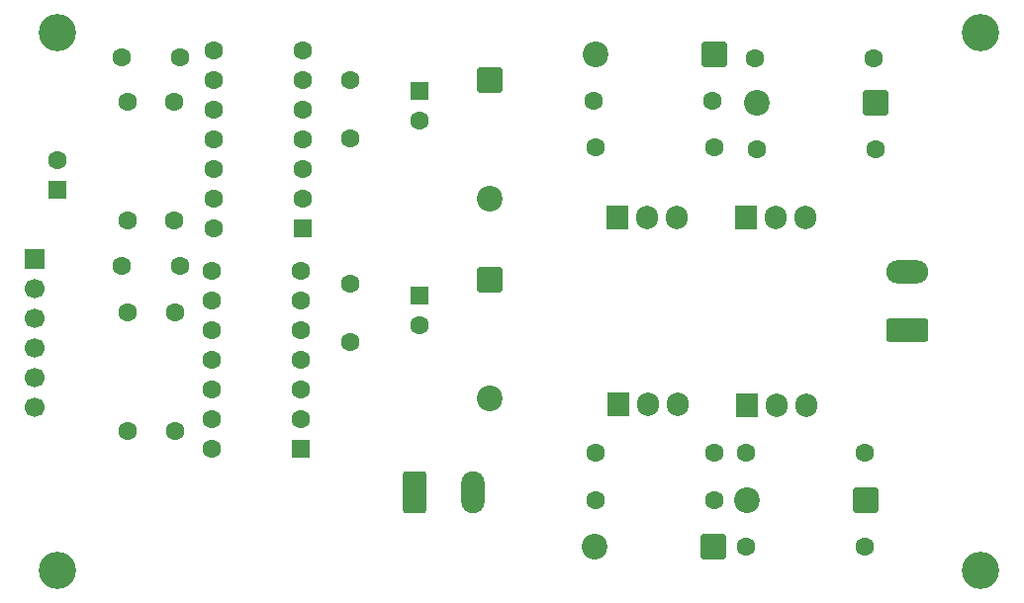
<source format=gbr>
%TF.GenerationSoftware,KiCad,Pcbnew,9.0.4*%
%TF.CreationDate,2025-09-15T17:12:11-07:00*%
%TF.ProjectId,motordriver,6d6f746f-7264-4726-9976-65722e6b6963,rev?*%
%TF.SameCoordinates,Original*%
%TF.FileFunction,Soldermask,Bot*%
%TF.FilePolarity,Negative*%
%FSLAX46Y46*%
G04 Gerber Fmt 4.6, Leading zero omitted, Abs format (unit mm)*
G04 Created by KiCad (PCBNEW 9.0.4) date 2025-09-15 17:12:11*
%MOMM*%
%LPD*%
G01*
G04 APERTURE LIST*
G04 Aperture macros list*
%AMRoundRect*
0 Rectangle with rounded corners*
0 $1 Rounding radius*
0 $2 $3 $4 $5 $6 $7 $8 $9 X,Y pos of 4 corners*
0 Add a 4 corners polygon primitive as box body*
4,1,4,$2,$3,$4,$5,$6,$7,$8,$9,$2,$3,0*
0 Add four circle primitives for the rounded corners*
1,1,$1+$1,$2,$3*
1,1,$1+$1,$4,$5*
1,1,$1+$1,$6,$7*
1,1,$1+$1,$8,$9*
0 Add four rect primitives between the rounded corners*
20,1,$1+$1,$2,$3,$4,$5,0*
20,1,$1+$1,$4,$5,$6,$7,0*
20,1,$1+$1,$6,$7,$8,$9,0*
20,1,$1+$1,$8,$9,$2,$3,0*%
G04 Aperture macros list end*
%ADD10C,3.200000*%
%ADD11C,1.600000*%
%ADD12RoundRect,0.250000X-0.550000X0.550000X-0.550000X-0.550000X0.550000X-0.550000X0.550000X0.550000X0*%
%ADD13O,3.600000X2.000000*%
%ADD14RoundRect,0.250000X1.550000X-0.750000X1.550000X0.750000X-1.550000X0.750000X-1.550000X-0.750000X0*%
%ADD15O,2.000000X3.600000*%
%ADD16RoundRect,0.250000X-0.750000X-1.550000X0.750000X-1.550000X0.750000X1.550000X-0.750000X1.550000X0*%
%ADD17RoundRect,0.249999X0.850001X0.850001X-0.850001X0.850001X-0.850001X-0.850001X0.850001X-0.850001X0*%
%ADD18C,2.200000*%
%ADD19RoundRect,0.250000X0.550000X0.550000X-0.550000X0.550000X-0.550000X-0.550000X0.550000X-0.550000X0*%
%ADD20RoundRect,0.250000X0.550000X-0.550000X0.550000X0.550000X-0.550000X0.550000X-0.550000X-0.550000X0*%
%ADD21R,1.905000X2.000000*%
%ADD22O,1.905000X2.000000*%
%ADD23RoundRect,0.249999X-0.850001X0.850001X-0.850001X-0.850001X0.850001X-0.850001X0.850001X0.850001X0*%
%ADD24R,1.700000X1.700000*%
%ADD25C,1.700000*%
G04 APERTURE END LIST*
D10*
%TO.C,H3*%
X4000000Y-4000000D03*
%TD*%
D11*
%TO.C,C5*%
X35000000Y-29000000D03*
D12*
X35000000Y-26500000D03*
%TD*%
D11*
%TO.C,R1*%
X14000000Y-20080000D03*
X14000000Y-9920000D03*
%TD*%
%TO.C,R2*%
X10000000Y-9920000D03*
X10000000Y-20080000D03*
%TD*%
%TO.C,R4*%
X10000000Y-27920000D03*
X10000000Y-38080000D03*
%TD*%
%TO.C,R3*%
X14050000Y-38080000D03*
X14050000Y-27920000D03*
%TD*%
%TO.C,R12*%
X73840000Y-6160000D03*
X63680000Y-6160000D03*
%TD*%
%TO.C,C6*%
X29000000Y-8000000D03*
X29000000Y-13000000D03*
%TD*%
D12*
%TO.C,C4*%
X35000000Y-9000000D03*
D11*
X35000000Y-11500000D03*
%TD*%
D13*
%TO.C,J3*%
X76700000Y-24500000D03*
D14*
X76700000Y-29500000D03*
%TD*%
D11*
%TO.C,C7*%
X29000000Y-25500000D03*
X29000000Y-30500000D03*
%TD*%
D15*
%TO.C,J2*%
X39550000Y-43350000D03*
D16*
X34550000Y-43350000D03*
%TD*%
D11*
%TO.C,R5*%
X60160000Y-44000000D03*
X50000000Y-44000000D03*
%TD*%
D17*
%TO.C,D4*%
X73160000Y-44000000D03*
D18*
X63000000Y-44000000D03*
%TD*%
D11*
%TO.C,R6*%
X73080000Y-40000000D03*
X62920000Y-40000000D03*
%TD*%
D10*
%TO.C,H4*%
X4000000Y-50000000D03*
%TD*%
D19*
%TO.C,U2*%
X24805000Y-39620000D03*
D11*
X24805000Y-37080000D03*
X24805000Y-34540000D03*
X24805000Y-32000000D03*
X24805000Y-29460000D03*
X24805000Y-26920000D03*
X24805000Y-24380000D03*
X17185000Y-24380000D03*
X17185000Y-26920000D03*
X17185000Y-29460000D03*
X17185000Y-32000000D03*
X17185000Y-34540000D03*
X17185000Y-37080000D03*
X17185000Y-39620000D03*
%TD*%
D19*
%TO.C,U1*%
X25000000Y-20700000D03*
D11*
X25000000Y-18160000D03*
X25000000Y-15620000D03*
X25000000Y-13080000D03*
X25000000Y-10540000D03*
X25000000Y-8000000D03*
X25000000Y-5460000D03*
X17380000Y-5460000D03*
X17380000Y-8000000D03*
X17380000Y-10540000D03*
X17380000Y-13080000D03*
X17380000Y-15620000D03*
X17380000Y-18160000D03*
X17380000Y-20700000D03*
%TD*%
%TO.C,R8*%
X62920000Y-48000000D03*
X73080000Y-48000000D03*
%TD*%
%TO.C,R10*%
X74000000Y-14000000D03*
X63840000Y-14000000D03*
%TD*%
D17*
%TO.C,D3*%
X60080000Y-48000000D03*
D18*
X49920000Y-48000000D03*
%TD*%
D20*
%TO.C,C1*%
X4000000Y-17420000D03*
D11*
X4000000Y-14920000D03*
%TD*%
D21*
%TO.C,Q2*%
X62960000Y-35900000D03*
D22*
X65500000Y-35900000D03*
X68040000Y-35900000D03*
%TD*%
D10*
%TO.C,H1*%
X83000000Y-4000000D03*
%TD*%
D23*
%TO.C,D2*%
X40975000Y-25115000D03*
D18*
X40975000Y-35275000D03*
%TD*%
D11*
%TO.C,C3*%
X14500000Y-6080000D03*
X9500000Y-6080000D03*
%TD*%
%TO.C,R9*%
X60000000Y-9840000D03*
X49840000Y-9840000D03*
%TD*%
D24*
%TO.C,J1*%
X2000000Y-23380000D03*
D25*
X2000000Y-25920000D03*
X2000000Y-28460000D03*
X2000000Y-31000000D03*
X2000000Y-33540000D03*
X2000000Y-36080000D03*
%TD*%
D21*
%TO.C,Q4*%
X62920000Y-19840000D03*
D22*
X65460000Y-19840000D03*
X68000000Y-19840000D03*
%TD*%
D11*
%TO.C,R11*%
X50000000Y-13840000D03*
X60160000Y-13840000D03*
%TD*%
D17*
%TO.C,D5*%
X60160000Y-5840000D03*
D18*
X50000000Y-5840000D03*
%TD*%
D10*
%TO.C,H2*%
X83000000Y-50000000D03*
%TD*%
D21*
%TO.C,Q1*%
X51960000Y-35850000D03*
D22*
X54500000Y-35850000D03*
X57040000Y-35850000D03*
%TD*%
D17*
%TO.C,D6*%
X74000000Y-10000000D03*
D18*
X63840000Y-10000000D03*
%TD*%
D11*
%TO.C,C2*%
X14500000Y-24000000D03*
X9500000Y-24000000D03*
%TD*%
D23*
%TO.C,D1*%
X41000000Y-8000000D03*
D18*
X41000000Y-18160000D03*
%TD*%
D21*
%TO.C,Q3*%
X51920000Y-19840000D03*
D22*
X54460000Y-19840000D03*
X57000000Y-19840000D03*
%TD*%
D11*
%TO.C,R7*%
X50000000Y-40000000D03*
X60160000Y-40000000D03*
%TD*%
M02*

</source>
